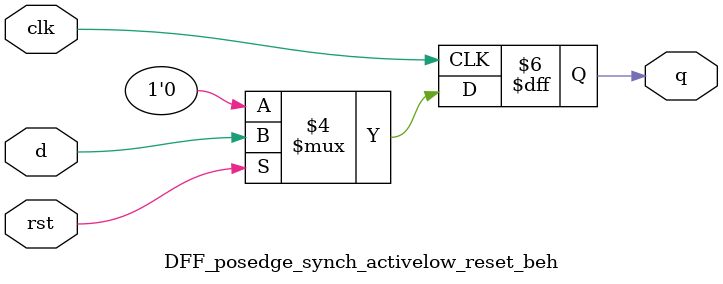
<source format=v>
`timescale 1ns / 1ps


module DFF_posedge_synch_activelow_reset_beh(
    output reg q,
    input d,clk,rst
    );
    always@(posedge clk)
   if(!rst)
   q<=1'b0;
   else
   q<=d; 
endmodule

</source>
